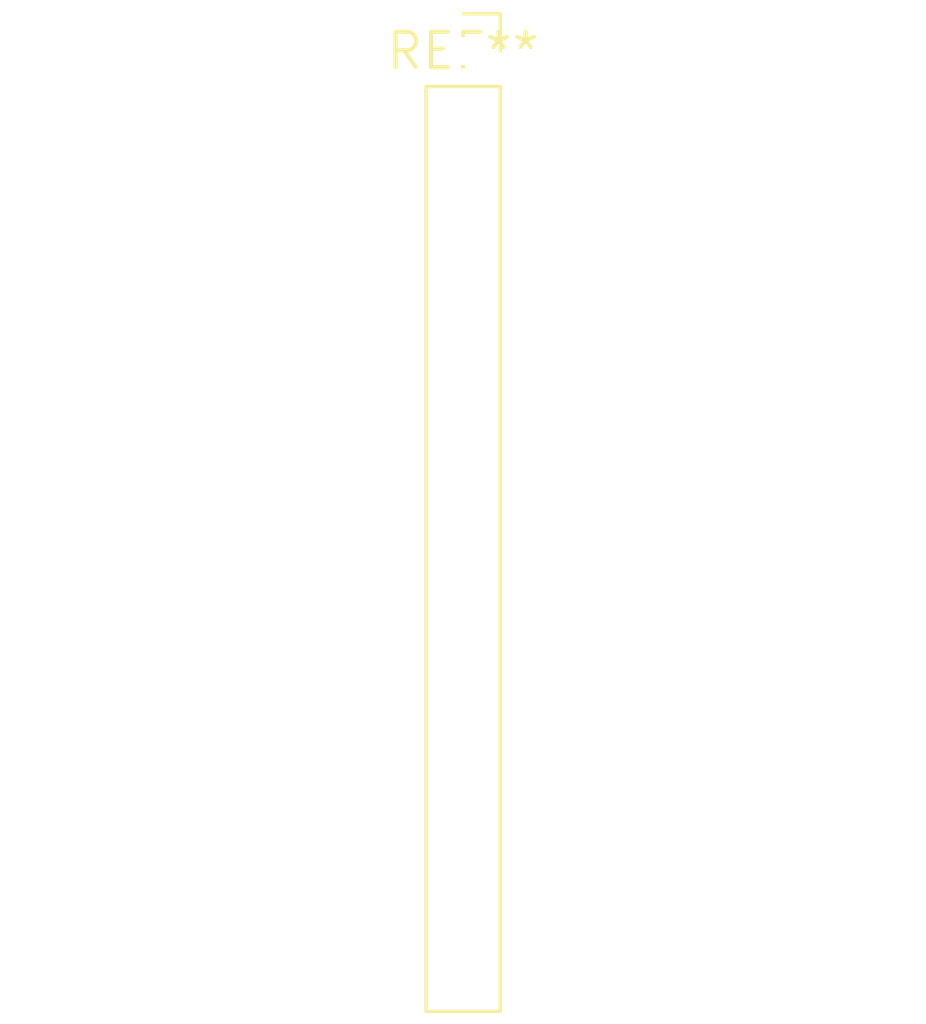
<source format=kicad_pcb>
(kicad_pcb (version 20240108) (generator pcbnew)
  (layers (0 "F.Cu" signal) (31 "B.Cu" signal) (34 "B.Paste" user) (35 "F.Paste" user) (36 "B.SilkS" user "B.Silkscreen") (37 "F.SilkS" user "F.Silkscreen") (38 "B.Mask" user) (39 "F.Mask" user) (44 "Edge.Cuts" user))
  (net 0 "")
  (footprint "PinSocket_1x14_P2.54mm_Vertical" (layer "F.Cu") (at 0 0)
    (property "Reference" "REF**")
    (property "Value" "PinSocket_1x14_P2.54mm_Vertical")
    (fp_line (start -1.33 1.27) (end -1.33 34.35) (layer "F.SilkS") (stroke (width 0.12)))
    (fp_line (start -1.33 1.27) (end 1.33 1.27) (layer "F.SilkS") (stroke (width 0.12)))
    (fp_line (start -1.33 34.35) (end 1.33 34.35) (layer "F.SilkS") (stroke (width 0.12)))
    (fp_line (start 0 -1.33) (end 1.33 -1.33) (layer "F.SilkS") (stroke (width 0.12)))
    (fp_line (start 1.33 -1.33) (end 1.33 0) (layer "F.SilkS") (stroke (width 0.12)))
    (fp_line (start 1.33 1.27) (end 1.33 34.35) (layer "F.SilkS") (stroke (width 0.12)))
    (pad "1" thru_hole rect (at 0 0) (size 1.7 1.7) (drill 1) (layers *.Cu *.Mask) (remove_unused_layers))
    (pad "2" thru_hole oval (at 0 2.54) (size 1.7 1.7) (drill 1) (layers *.Cu *.Mask) (remove_unused_layers))
    (pad "3" thru_hole oval (at 0 5.08) (size 1.7 1.7) (drill 1) (layers *.Cu *.Mask) (remove_unused_layers))
    (pad "4" thru_hole oval (at 0 7.62) (size 1.7 1.7) (drill 1) (layers *.Cu *.Mask) (remove_unused_layers))
    (pad "5" thru_hole oval (at 0 10.16) (size 1.7 1.7) (drill 1) (layers *.Cu *.Mask) (remove_unused_layers))
    (pad "6" thru_hole oval (at 0 12.7) (size 1.7 1.7) (drill 1) (layers *.Cu *.Mask) (remove_unused_layers))
    (pad "7" thru_hole oval (at 0 15.24) (size 1.7 1.7) (drill 1) (layers *.Cu *.Mask) (remove_unused_layers))
    (pad "8" thru_hole oval (at 0 17.78) (size 1.7 1.7) (drill 1) (layers *.Cu *.Mask) (remove_unused_layers))
    (pad "9" thru_hole oval (at 0 20.32) (size 1.7 1.7) (drill 1) (layers *.Cu *.Mask) (remove_unused_layers))
    (pad "10" thru_hole oval (at 0 22.86) (size 1.7 1.7) (drill 1) (layers *.Cu *.Mask) (remove_unused_layers))
    (pad "11" thru_hole oval (at 0 25.4) (size 1.7 1.7) (drill 1) (layers *.Cu *.Mask) (remove_unused_layers))
    (pad "12" thru_hole oval (at 0 27.94) (size 1.7 1.7) (drill 1) (layers *.Cu *.Mask) (remove_unused_layers))
    (pad "13" thru_hole oval (at 0 30.48) (size 1.7 1.7) (drill 1) (layers *.Cu *.Mask) (remove_unused_layers))
    (pad "14" thru_hole oval (at 0 33.02) (size 1.7 1.7) (drill 1) (layers *.Cu *.Mask) (remove_unused_layers))
  )
)
</source>
